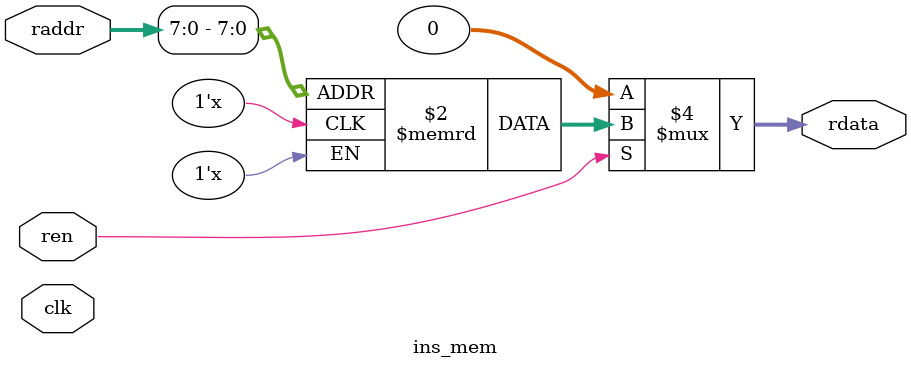
<source format=sv>
module ins_mem (
    input clk,
    input [32-1:0] raddr,
    input ren,
    output reg [31:0] rdata

);
  reg [32-1:0] rf[256-1:0];
  always @(*) begin
    if (ren) begin
      rdata = rf[raddr[7:0]];
    end else rdata = 32'h0;
  end
endmodule

</source>
